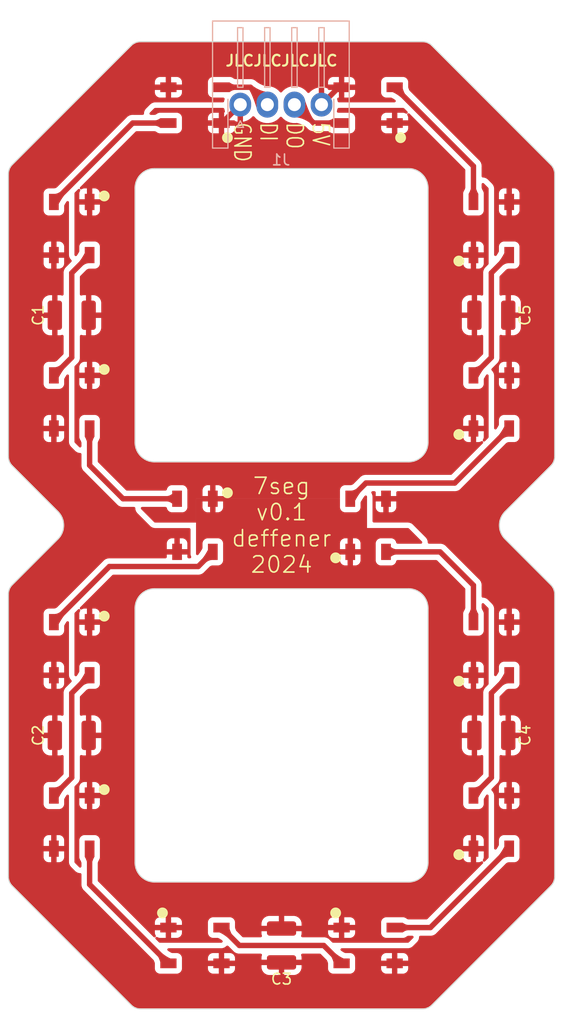
<source format=kicad_pcb>
(kicad_pcb (version 20221018) (generator pcbnew)
  (layers (0 "F.Cu" signal) (31 "B.Cu" signal) (34 "B.Paste" user) (35 "F.Paste" user) (36 "B.SilkS" user "B.Silkscreen") (37 "F.SilkS" user "F.Silkscreen") (38 "B.Mask" user) (39 "F.Mask" user) (44 "Edge.Cuts" user))
  (net 0 "")
  (net 1 "Net-(D1-VDD)")
  (net 2 "Net-(D1-DOUT)")
  (net 3 "Net-(D2-DOUT)")
  (net 4 "Net-(D1-DIN)")
  (net 5 "Net-(D4-DOUT)")
  (net 6 "Net-(D5-DOUT)")
  (net 7 "Net-(D6-DOUT)")
  (net 8 "Net-(D7-DOUT)")
  (net 9 "Net-(D8-DOUT)")
  (net 10 "Net-(D10-DOUT)")
  (net 11 "Net-(D11-DOUT)")
  (net 12 "Net-(D12-DOUT)")
  (net 13 "Net-(D13-DOUT)")
  (net 14 "Net-(D14-DOUT)")
  (net 15 "Net-(D3-DOUT)")
  (net 16 "Net-(D10-DIN)")
  (net 17 "/gnd")
  (footprint "Library:LED_WS2812B_PLCC4_5.0x5.0mm_P3.2mm_minimal" (layer "F.Cu") (at 92.003 61.25)
    (fp_text reference "D1" hide)
    (fp_text value "WS2812B")
    (fp_circle (center 3 3) (end 3.5 3) (fill solid) (layer "F.SilkS"))
    (pad "1" smd rect (at -2.45 -1.65) (size 1.5 0.9) (layers "F.Cu" "F.Paste" "F.Mask") (net 1 "Net-(D1-VDD)"))
    (pad "2" smd rect (at -2.45 1.65) (size 1.5 0.9) (layers "F.Cu" "F.Paste" "F.Mask") (net 2 "Net-(D1-DOUT)"))
    (pad "3" smd rect (at 2.45 1.65) (size 1.5 0.9) (layers "F.Cu" "F.Paste" "F.Mask") (net 17 "/gnd"))
    (pad "4" smd rect (at 2.45 -1.65) (size 1.5 0.9) (layers "F.Cu" "F.Paste" "F.Mask") (net 4 "Net-(D1-DIN)"))
  )
  (footprint "Library:C_1210_3225Metric_Pad1.33x2.70mm_HandSolder_mini" (layer "F.Cu") (at 119.375 80.6245 180)
    (fp_text reference "C5" (at -3.1 0 270) (layer "F.SilkS"))
    (fp_text value "C")
    (pad "1" smd roundrect (at -1.5625 0 180) (size 1.325 2.7) (layers "F.Cu" "F.Paste" "F.Mask") (roundrect_rratio 0.1886792453) (net 1 "Net-(D1-VDD)"))
    (pad "2" smd roundrect (at 1.5625 0 180) (size 1.325 2.7) (layers "F.Cu" "F.Paste" "F.Mask") (roundrect_rratio 0.1886792453) (net 17 "/gnd"))
  )
  (footprint "Library:LED_WS2812B_PLCC4_5.0x5.0mm_P3.2mm_minimal" (layer "F.Cu") (at 119.375 88.622 -90)
    (fp_text reference "D12" hide)
    (fp_text value "WS2812B")
    (fp_circle (center 3 3) (end 3.5 3) (fill solid) (layer "F.SilkS"))
    (pad "1" smd rect (at -2.45 -1.65 270) (size 1.5 0.9) (layers "F.Cu" "F.Paste" "F.Mask") (net 1 "Net-(D1-VDD)"))
    (pad "2" smd rect (at -2.45 1.65 270) (size 1.5 0.9) (layers "F.Cu" "F.Paste" "F.Mask") (net 12 "Net-(D12-DOUT)"))
    (pad "3" smd rect (at 2.45 1.65 270) (size 1.5 0.9) (layers "F.Cu" "F.Paste" "F.Mask") (net 17 "/gnd"))
    (pad "4" smd rect (at 2.45 -1.65 270) (size 1.5 0.9) (layers "F.Cu" "F.Paste" "F.Mask") (net 11 "Net-(D11-DOUT)"))
  )
  (footprint "Library:C_1210_3225Metric_Pad1.33x2.70mm_HandSolder_mini" (layer "F.Cu") (at 119.375 119.3755 180)
    (fp_text reference "C4" (at -3.1 0 270) (layer "F.SilkS"))
    (fp_text value "C")
    (pad "1" smd roundrect (at -1.5625 0 180) (size 1.325 2.7) (layers "F.Cu" "F.Paste" "F.Mask") (roundrect_rratio 0.1886792453) (net 1 "Net-(D1-VDD)"))
    (pad "2" smd roundrect (at 1.5625 0 180) (size 1.325 2.7) (layers "F.Cu" "F.Paste" "F.Mask") (roundrect_rratio 0.1886792453) (net 17 "/gnd"))
  )
  (footprint "Library:LED_WS2812B_PLCC4_5.0x5.0mm_P3.2mm_minimal" (layer "F.Cu") (at 107.997 138.75 180)
    (fp_text reference "D8" hide)
    (fp_text value "WS2812B")
    (fp_circle (center 3 3) (end 3.5 3) (fill solid) (layer "F.SilkS"))
    (pad "1" smd rect (at -2.45 -1.65 180) (size 1.5 0.9) (layers "F.Cu" "F.Paste" "F.Mask") (net 1 "Net-(D1-VDD)"))
    (pad "2" smd rect (at -2.45 1.65 180) (size 1.5 0.9) (layers "F.Cu" "F.Paste" "F.Mask") (net 9 "Net-(D8-DOUT)"))
    (pad "3" smd rect (at 2.45 1.65 180) (size 1.5 0.9) (layers "F.Cu" "F.Paste" "F.Mask") (net 17 "/gnd"))
    (pad "4" smd rect (at 2.45 -1.65 180) (size 1.5 0.9) (layers "F.Cu" "F.Paste" "F.Mask") (net 8 "Net-(D7-DOUT)"))
  )
  (footprint "Library:LED_WS2812B_PLCC4_5.0x5.0mm_P3.2mm_minimal" (layer "F.Cu") (at 119.375 111.378 -90)
    (fp_text reference "D10" hide)
    (fp_text value "WS2812B")
    (fp_circle (center 3 3) (end 3.5 3) (fill solid) (layer "F.SilkS"))
    (pad "1" smd rect (at -2.45 -1.65 270) (size 1.5 0.9) (layers "F.Cu" "F.Paste" "F.Mask") (net 1 "Net-(D1-VDD)"))
    (pad "2" smd rect (at -2.45 1.65 270) (size 1.5 0.9) (layers "F.Cu" "F.Paste" "F.Mask") (net 10 "Net-(D10-DOUT)"))
    (pad "3" smd rect (at 2.45 1.65 270) (size 1.5 0.9) (layers "F.Cu" "F.Paste" "F.Mask") (net 17 "/gnd"))
    (pad "4" smd rect (at 2.45 -1.65 270) (size 1.5 0.9) (layers "F.Cu" "F.Paste" "F.Mask") (net 16 "Net-(D10-DIN)"))
  )
  (footprint "Library:C_1210_3225Metric_Pad1.33x2.70mm_HandSolder_mini" (layer "F.Cu") (at 80.625 80.6245)
    (fp_text reference "C1" (at -3.1 0 90) (layer "F.SilkS"))
    (fp_text value "C")
    (pad "1" smd roundrect (at -1.5625 0) (size 1.325 2.7) (layers "F.Cu" "F.Paste" "F.Mask") (roundrect_rratio 0.1886792453) (net 1 "Net-(D1-VDD)"))
    (pad "2" smd roundrect (at 1.5625 0) (size 1.325 2.7) (layers "F.Cu" "F.Paste" "F.Mask") (roundrect_rratio 0.1886792453) (net 17 "/gnd"))
  )
  (footprint "Library:LED_WS2812B_PLCC4_5.0x5.0mm_P3.2mm_minimal" (layer "F.Cu") (at 119.375 127.373 -90)
    (fp_text reference "D9" hide)
    (fp_text value "WS2812B")
    (fp_circle (center 3 3) (end 3.5 3) (fill solid) (layer "F.SilkS"))
    (pad "1" smd rect (at -2.45 -1.65 270) (size 1.5 0.9) (layers "F.Cu" "F.Paste" "F.Mask") (net 1 "Net-(D1-VDD)"))
    (pad "2" smd rect (at -2.45 1.65 270) (size 1.5 0.9) (layers "F.Cu" "F.Paste" "F.Mask") (net 16 "Net-(D10-DIN)"))
    (pad "3" smd rect (at 2.45 1.65 270) (size 1.5 0.9) (layers "F.Cu" "F.Paste" "F.Mask") (net 17 "/gnd"))
    (pad "4" smd rect (at 2.45 -1.65 270) (size 1.5 0.9) (layers "F.Cu" "F.Paste" "F.Mask") (net 9 "Net-(D8-DOUT)"))
  )
  (footprint "Library:LED_WS2812B_PLCC4_5.0x5.0mm_P3.2mm_minimal" (layer "F.Cu") (at 80.625 111.378 90)
    (fp_text reference "D5" hide)
    (fp_text value "WS2812B")
    (fp_circle (center 3 3) (end 3.5 3) (fill solid) (layer "F.SilkS"))
    (pad "1" smd rect (at -2.45 -1.65 90) (size 1.5 0.9) (layers "F.Cu" "F.Paste" "F.Mask") (net 1 "Net-(D1-VDD)"))
    (pad "2" smd rect (at -2.45 1.65 90) (size 1.5 0.9) (layers "F.Cu" "F.Paste" "F.Mask") (net 6 "Net-(D5-DOUT)"))
    (pad "3" smd rect (at 2.45 1.65 90) (size 1.5 0.9) (layers "F.Cu" "F.Paste" "F.Mask") (net 17 "/gnd"))
    (pad "4" smd rect (at 2.45 -1.65 90) (size 1.5 0.9) (layers "F.Cu" "F.Paste" "F.Mask") (net 5 "Net-(D4-DOUT)"))
  )
  (footprint "Library:LED_WS2812B_PLCC4_5.0x5.0mm_P3.2mm_minimal" (layer "F.Cu") (at 92.003 100 90)
    (fp_text reference "D4" hide)
    (fp_text value "WS2812B")
    (fp_circle (center 3 3) (end 3.5 3) (fill solid) (layer "F.SilkS"))
    (pad "1" smd rect (at -2.45 -1.65 90) (size 1.5 0.9) (layers "F.Cu" "F.Paste" "F.Mask") (net 1 "Net-(D1-VDD)"))
    (pad "2" smd rect (at -2.45 1.65 90) (size 1.5 0.9) (layers "F.Cu" "F.Paste" "F.Mask") (net 5 "Net-(D4-DOUT)"))
    (pad "3" smd rect (at 2.45 1.65 90) (size 1.5 0.9) (layers "F.Cu" "F.Paste" "F.Mask") (net 17 "/gnd"))
    (pad "4" smd rect (at 2.45 -1.65 90) (size 1.5 0.9) (layers "F.Cu" "F.Paste" "F.Mask") (net 15 "Net-(D3-DOUT)"))
  )
  (footprint "Library:C_1210_3225Metric_Pad1.33x2.70mm_HandSolder_mini" (layer "F.Cu") (at 100 138.75 90)
    (fp_text reference "C3" (at -3.1 0 180) (layer "F.SilkS"))
    (fp_text value "C")
    (pad "1" smd roundrect (at -1.5625 0 90) (size 1.325 2.7) (layers "F.Cu" "F.Paste" "F.Mask") (roundrect_rratio 0.1886792453) (net 1 "Net-(D1-VDD)"))
    (pad "2" smd roundrect (at 1.5625 0 90) (size 1.325 2.7) (layers "F.Cu" "F.Paste" "F.Mask") (roundrect_rratio 0.1886792453) (net 17 "/gnd"))
  )
  (footprint "Library:LED_WS2812B_PLCC4_5.0x5.0mm_P3.2mm_minimal" (layer "F.Cu") (at 92.003 138.75 180)
    (fp_text reference "D7" hide)
    (fp_text value "WS2812B")
    (fp_circle (center 3 3) (end 3.5 3) (fill solid) (layer "F.SilkS"))
    (pad "1" smd rect (at -2.45 -1.65 180) (size 1.5 0.9) (layers "F.Cu" "F.Paste" "F.Mask") (net 1 "Net-(D1-VDD)"))
    (pad "2" smd rect (at -2.45 1.65 180) (size 1.5 0.9) (layers "F.Cu" "F.Paste" "F.Mask") (net 8 "Net-(D7-DOUT)"))
    (pad "3" smd rect (at 2.45 1.65 180) (size 1.5 0.9) (layers "F.Cu" "F.Paste" "F.Mask") (net 17 "/gnd"))
    (pad "4" smd rect (at 2.45 -1.65 180) (size 1.5 0.9) (layers "F.Cu" "F.Paste" "F.Mask") (net 7 "Net-(D6-DOUT)"))
  )
  (footprint "Library:LED_WS2812B_PLCC4_5.0x5.0mm_P3.2mm_minimal" (layer "F.Cu") (at 80.625 88.622 90)
    (fp_text reference "D3" hide)
    (fp_text value "WS2812B")
    (fp_circle (center 3 3) (end 3.5 3) (fill solid) (layer "F.SilkS"))
    (pad "1" smd rect (at -2.45 -1.65 90) (size 1.5 0.9) (layers "F.Cu" "F.Paste" "F.Mask") (net 1 "Net-(D1-VDD)"))
    (pad "2" smd rect (at -2.45 1.65 90) (size 1.5 0.9) (layers "F.Cu" "F.Paste" "F.Mask") (net 15 "Net-(D3-DOUT)"))
    (pad "3" smd rect (at 2.45 1.65 90) (size 1.5 0.9) (layers "F.Cu" "F.Paste" "F.Mask") (net 17 "/gnd"))
    (pad "4" smd rect (at 2.45 -1.65 90) (size 1.5 0.9) (layers "F.Cu" "F.Paste" "F.Mask") (net 3 "Net-(D2-DOUT)"))
  )
  (footprint "Library:LED_WS2812B_PLCC4_5.0x5.0mm_P3.2mm_minimal" (layer "F.Cu") (at 119.375 72.627 -90)
    (fp_text reference "D13" hide)
    (fp_text value "WS2812B")
    (fp_circle (center 3 3) (end 3.5 3) (fill solid) (layer "F.SilkS"))
    (pad "1" smd rect (at -2.45 -1.65 270) (size 1.5 0.9) (layers "F.Cu" "F.Paste" "F.Mask") (net 1 "Net-(D1-VDD)"))
    (pad "2" smd rect (at -2.45 1.65 270) (size 1.5 0.9) (layers "F.Cu" "F.Paste" "F.Mask") (net 13 "Net-(D13-DOUT)"))
    (pad "3" smd rect (at 2.45 1.65 270) (size 1.5 0.9) (layers "F.Cu" "F.Paste" "F.Mask") (net 17 "/gnd"))
    (pad "4" smd rect (at 2.45 -1.65 270) (size 1.5 0.9) (layers "F.Cu" "F.Paste" "F.Mask") (net 12 "Net-(D12-DOUT)"))
  )
  (footprint "Library:LED_WS2812B_PLCC4_5.0x5.0mm_P3.2mm_minimal" (layer "F.Cu") (at 107.997 100 -90)
    (fp_text reference "D11" hide)
    (fp_text value "WS2812B")
    (fp_circle (center 3 3) (end 3.5 3) (fill solid) (layer "F.SilkS"))
    (pad "1" smd rect (at -2.45 -1.65 270) (size 1.5 0.9) (layers "F.Cu" "F.Paste" "F.Mask") (net 1 "Net-(D1-VDD)"))
    (pad "2" smd rect (at -2.45 1.65 270) (size 1.5 0.9) (layers "F.Cu" "F.Paste" "F.Mask") (net 11 "Net-(D11-DOUT)"))
    (pad "3" smd rect (at 2.45 1.65 270) (size 1.5 0.9) (layers "F.Cu" "F.Paste" "F.Mask") (net 17 "/gnd"))
    (pad "4" smd rect (at 2.45 -1.65 270) (size 1.5 0.9) (layers "F.Cu" "F.Paste" "F.Mask") (net 10 "Net-(D10-DOUT)"))
  )
  (footprint "Library:LED_WS2812B_PLCC4_5.0x5.0mm_P3.2mm_minimal" (layer "F.Cu") (at 80.625 72.627 90)
    (fp_text reference "D2" hide)
    (fp_text value "WS2812B")
    (fp_circle (center 3 3) (end 3.5 3) (fill solid) (layer "F.SilkS"))
    (pad "1" smd rect (at -2.45 -1.65 90) (size 1.5 0.9) (layers "F.Cu" "F.Paste" "F.Mask") (net 1 "Net-(D1-VDD)"))
    (pad "2" smd rect (at -2.45 1.65 90) (size 1.5 0.9) (layers "F.Cu" "F.Paste" "F.Mask") (net 3 "Net-(D2-DOUT)"))
    (pad "3" smd rect (at 2.45 1.65 90) (size 1.5 0.9) (layers "F.Cu" "F.Paste" "F.Mask") (net 17 "/gnd"))
    (pad "4" smd rect (at 2.45 -1.65 90) (size 1.5 0.9) (layers "F.Cu" "F.Paste" "F.Mask") (net 2 "Net-(D1-DOUT)"))
  )
  (footprint "Library:C_1210_3225Metric_Pad1.33x2.70mm_HandSolder_mini" (layer "F.Cu") (at 80.625 119.3755)
    (fp_text reference "C2" (at -3.1 0 90) (layer "F.SilkS"))
    (fp_text value "C")
    (pad "1" smd roundrect (at -1.5625 0) (size 1.325 2.7) (layers "F.Cu" "F.Paste" "F.Mask") (roundrect_rratio 0.1886792453) (net 1 "Net-(D1-VDD)"))
    (pad "2" smd roundrect (at 1.5625 0) (size 1.325 2.7) (layers "F.Cu" "F.Paste" "F.Mask") (roundrect_rratio 0.1886792453) (net 17 "/gnd"))
  )
  (footprint "Library:LED_WS2812B_PLCC4_5.0x5.0mm_P3.2mm_minimal" (layer "F.Cu") (at 107.997 61.25)
    (fp_text reference "D14" hide)
    (fp_text value "WS2812B")
    (fp_circle (center 3 3) (end 3.5 3) (fill solid) (layer "F.SilkS"))
    (pad "1" smd rect (at -2.45 -1.65) (size 1.5 0.9) (layers "F.Cu" "F.Paste" "F.Mask") (net 1 "Net-(D1-VDD)"))
    (pad "2" smd rect (at -2.45 1.65) (size 1.5 0.9) (layers "F.Cu" "F.Paste" "F.Mask") (net 14 "Net-(D14-DOUT)"))
    (pad "3" smd rect (at 2.45 1.65) (size 1.5 0.9) (layers "F.Cu" "F.Paste" "F.Mask") (net 17 "/gnd"))
    (pad "4" smd rect (at 2.45 -1.65) (size 1.5 0.9) (layers "F.Cu" "F.Paste" "F.Mask") (net 13 "Net-(D13-DOUT)"))
  )
  (footprint "Library:LED_WS2812B_PLCC4_5.0x5.0mm_P3.2mm_minimal" (layer "F.Cu") (at 80.625 127.373 90)
    (fp_text reference "D6" hide)
    (fp_text value "WS2812B")
    (fp_circle (center 3 3) (end 3.5 3) (fill solid) (layer "F.SilkS"))
    (pad "1" smd rect (at -2.45 -1.65 90) (size 1.5 0.9) (layers "F.Cu" "F.Paste" "F.Mask") (net 1 "Net-(D1-VDD)"))
    (pad "2" smd rect (at -2.45 1.65 90) (size 1.5 0.9) (layers "F.Cu" "F.Paste" "F.Mask") (net 7 "Net-(D6-DOUT)"))
    (pad "3" smd rect (at 2.45 1.65 90) (size 1.5 0.9) (layers "F.Cu" "F.Paste" "F.Mask") (net 17 "/gnd"))
    (pad "4" smd rect (at 2.45 -1.65 90) (size 1.5 0.9) (layers "F.Cu" "F.Paste" "F.Mask") (net 6 "Net-(D5-DOUT)"))
  )
  (footprint "Connector_JST:JST_XH_S4B-XH-A-1_1x04_P2.50mm_Horizontal" (layer "B.Cu") (at 96.19 61.2)
    (fp_text reference "J1" (at 3.75 5.1) (layer "B.SilkS") (effects (justify mirror)))
    (fp_text value "Conn_01x04_Pin")
    (fp_line (start -2.56 -7.71) (end -2.56 4.01) (stroke (width 0.12)) (layer "B.SilkS"))
    (fp_line (start -2.56 4.01) (end -1.14 4.01) (stroke (width 0.12)) (layer "B.SilkS"))
    (fp_line (start -1.14 4.01) (end -1.14 -0.49) (stroke (width 0.12)) (layer "B.SilkS"))
    (fp_line (start -0.3 2.1) (end 0.3 2.1) (stroke (width 0.12)) (layer "B.SilkS"))
    (fp_line (start -0.25 -7.1) (end 0.25 -7.1) (stroke (width 0.12)) (layer "B.SilkS"))
    (fp_line (start -0.25 -1.6) (end -0.25 -7.1) (stroke (width 0.12)) (layer "B.SilkS"))
    (fp_line (start 0 1.5) (end -0.3 2.1) (stroke (width 0.12)) (layer "B.SilkS"))
    (fp_line (start 0.25 -7.1) (end 0.25 -1.6) (stroke (width 0.12)) (layer "B.SilkS"))
    (fp_line (start 0.25 -1.6) (end -0.25 -1.6) (stroke (width 0.12)) (layer "B.SilkS"))
    (fp_line (start 0.3 2.1) (end 0 1.5) (stroke (width 0.12)) (layer "B.SilkS"))
    (fp_line (start 2.25 -7.1) (end 2.75 -7.1) (stroke (width 0.12)) (layer "B.SilkS"))
    (fp_line (start 2.25 -1.6) (end 2.25 -7.1) (stroke (width 0.12)) (layer "B.SilkS"))
    (fp_line (start 2.75 -7.1) (end 2.75 -1.6) (stroke (width 0.12)) (layer "B.SilkS"))
    (fp_line (start 2.75 -1.6) (end 2.25 -1.6) (stroke (width 0.12)) (layer "B.SilkS"))
    (fp_line (start 3.75 -7.71) (end -2.56 -7.71) (stroke (width 0.12)) (layer "B.SilkS"))
    (fp_line (start 3.75 -7.71) (end 10.06 -7.71) (stroke (width 0.12)) (layer "B.SilkS"))
    (fp_line (start 4.75 -7.1) (end 5.25 -7.1) (stroke (width 0.12)) (layer "B.SilkS"))
    (fp_line (start 4.75 -1.6) (end 4.75 -7.1) (stroke (width 0.12)) (layer "B.SilkS"))
    (fp_line (start 5.25 -7.1) (end 5.25 -1.6) (stroke (width 0.12)) (layer "B.SilkS"))
    (fp_line (start 5.25 -1.6) (end 4.75 -1.6) (stroke (width 0.12)) (layer "B.SilkS"))
    (fp_line (start 7.25 -7.1) (end 7.75 -7.1) (stroke (width 0.12)) (layer "B.SilkS"))
    (fp_line (start 7.25 -1.6) (end 7.25 -7.1) (stroke (width 0.12)) (layer "B.SilkS"))
    (fp_line (start 7.75 -7.1) (end 7.75 -1.6) (stroke (width 0.12)) (layer "B.SilkS"))
    (fp_line (start 7.75 -1.6) (end 7.25 -1.6) (stroke (width 0.12)) (layer "B.SilkS"))
    (fp_line (start 8.64 4.01) (end 8.64 -0.49) (stroke (width 0.12)) (layer "B.SilkS"))
    (fp_line (start 10.06 -7.71) (end 10.06 4.01) (stroke (width 0.12)) (layer "B.SilkS"))
    (fp_line (start 10.06 4.01) (end 8.64 4.01) (stroke (width 0.12)) (layer "B.SilkS"))
    (pad "1" thru_hole oval (at 0 0) (size 2 2.2) (drill 1.2) (layers "*.Cu" "*.Mask") (net 17 "/gnd"))
    (pad "2" thru_hole oval (at 2.5 0) (size 2 2.4) (drill 1.2) (layers "*.Cu" "*.Mask") (net 4 "Net-(D1-DIN)"))
    (pad "3" thru_hole oval (at 5 0) (size 2 2.4) (drill 1.2) (layers "*.Cu" "*.Mask") (net 14 "Net-(D14-DOUT)"))
    (pad "4" thru_hole oval (at 7.5 0) (size 2 2.2) (drill 1.2) (layers "*.Cu" "*.Mask") (net 1 "Net-(D1-VDD)"))
  )
  (gr_arc (start 113.525 92.35) (mid 112.997792 93.622792) (end 111.725 94.15) (stroke (width 0.1)) (layer "Edge.Cuts"))
  (gr_arc (start 113.876472 144.248528) (mid 113.487167 144.50867) (end 113.027944 144.6) (stroke (width 0.1)) (layer "Edge.Cuts"))
  (gr_arc (start 86.972056 144.6) (mid 86.512845 144.508641) (end 86.123528 144.248528) (stroke (width 0.1)) (layer "Edge.Cuts"))
  (gr_line (start 88.275 132.9) (end 111.725 132.9) (stroke (width 0.1)) (layer "Edge.Cuts"))
  (gr_line (start 120.647792 98.727208) (end 124.873528 94.501472) (stroke (width 0.1)) (layer "Edge.Cuts"))
  (gr_line (start 124.873528 66.748528) (end 113.876472 55.751472) (stroke (width 0.1)) (layer "Edge.Cuts"))
  (gr_arc (start 125.225 93.652944) (mid 125.133641 94.112155) (end 124.873528 94.501472) (stroke (width 0.1)) (layer "Edge.Cuts"))
  (gr_arc (start 86.475 107.65) (mid 87.002208 106.377208) (end 88.275 105.85) (stroke (width 0.1)) (layer "Edge.Cuts"))
  (gr_arc (start 74.775 106.347056) (mid 74.866359 105.887845) (end 75.126472 105.498528) (stroke (width 0.1)) (layer "Edge.Cuts"))
  (gr_line (start 113.027944 55.4) (end 86.972056 55.4) (stroke (width 0.1)) (layer "Edge.Cuts"))
  (gr_arc (start 111.725 105.85) (mid 112.997792 106.377208) (end 113.525 107.65) (stroke (width 0.1)) (layer "Edge.Cuts"))
  (gr_arc (start 75.126472 133.251472) (mid 74.86633 132.862167) (end 74.775 132.402944) (stroke (width 0.1)) (layer "Edge.Cuts"))
  (gr_line (start 113.876472 144.248528) (end 124.873528 133.251472) (stroke (width 0.1)) (layer "Edge.Cuts"))
  (gr_line (start 74.775 106.347056) (end 74.775 132.402944) (stroke (width 0.1)) (layer "Edge.Cuts"))
  (gr_arc (start 113.525 131.1) (mid 112.997792 132.372792) (end 111.725 132.9) (stroke (width 0.1)) (layer "Edge.Cuts"))
  (gr_line (start 113.525 92.35) (end 113.525 68.9) (stroke (width 0.1)) (layer "Edge.Cuts"))
  (gr_arc (start 79.352208 98.727208) (mid 79.879411 100) (end 79.352208 101.272792) (stroke (width 0.1)) (layer "Edge.Cuts"))
  (gr_line (start 75.126472 94.501472) (end 79.352208 98.727208) (stroke (width 0.1)) (layer "Edge.Cuts"))
  (gr_arc (start 88.275 94.15) (mid 87.002208 93.622792) (end 86.475 92.35) (stroke (width 0.1)) (layer "Edge.Cuts"))
  (gr_arc (start 120.647792 101.272792) (mid 120.120589 100) (end 120.647792 98.727208) (stroke (width 0.1)) (layer "Edge.Cuts"))
  (gr_line (start 111.725 67.1) (end 88.275 67.1) (stroke (width 0.1)) (layer "Edge.Cuts"))
  (gr_line (start 111.725 105.85) (end 88.275 105.85) (stroke (width 0.1)) (layer "Edge.Cuts"))
  (gr_arc (start 74.775 67.597056) (mid 74.866359 67.137845) (end 75.126472 66.748528) (stroke (width 0.1)) (layer "Edge.Cuts"))
  (gr_line (start 125.225 132.402944) (end 125.225 106.347056) (stroke (width 0.1)) (layer "Edge.Cuts"))
  (gr_arc (start 86.475 68.9) (mid 87.002208 67.627208) (end 88.275 67.1) (stroke (width 0.1)) (layer "Edge.Cuts"))
  (gr_line (start 74.775 67.597056) (end 74.775 93.652944) (stroke (width 0.1)) (layer "Edge.Cuts"))
  (gr_line (start 125.225 93.652944) (end 125.225 67.597056) (stroke (width 0.1)) (layer "Edge.Cuts"))
  (gr_line (start 86.475 107.65) (end 86.475 131.1) (stroke (width 0.1)) (layer "Edge.Cuts"))
  (gr_arc (start 124.873528 66.748528) (mid 125.13367 67.137833) (end 125.225 67.597056) (stroke (width 0.1)) (layer "Edge.Cuts"))
  (gr_arc (start 124.873528 105.498528) (mid 125.13367 105.887833) (end 125.225 106.347056) (stroke (width 0.1)) (layer "Edge.Cuts"))
  (gr_line (start 88.275 94.15) (end 111.725 94.15) (stroke (width 0.1)) (layer "Edge.Cuts"))
  (gr_arc (start 88.275 132.9) (mid 87.002208 132.372792) (end 86.475 131.1) (stroke (width 0.1)) (layer "Edge.Cuts"))
  (gr_line (start 86.972056 144.6) (end 113.027944 144.6) (stroke (width 0.1)) (layer "Edge.Cuts"))
  (gr_line (start 86.123528 55.751472) (end 75.126472 66.748528) (stroke (width 0.1)) (layer "Edge.Cuts"))
  (gr_arc (start 86.123528 55.751472) (mid 86.512833 55.49133) (end 86.972056 55.4) (stroke (width 0.1)) (layer "Edge.Cuts"))
  (gr_arc (start 111.725 67.1) (mid 112.997792 67.627208) (end 113.525 68.9) (stroke (width 0.1)) (layer "Edge.Cuts"))
  (gr_line (start 86.475 68.9) (end 86.475 92.35) (stroke (width 0.1)) (layer "Edge.Cuts"))
  (gr_arc (start 113.027944 55.4) (mid 113.487155 55.491359) (end 113.876472 55.751472) (stroke (width 0.1)) (layer "Edge.Cuts"))
  (gr_line (start 124.873528 105.498528) (end 120.647792 101.272792) (stroke (width 0.1)) (layer "Edge.Cuts"))
  (gr_arc (start 125.225 132.402944) (mid 125.133641 132.862155) (end 124.873528 133.251472) (stroke (width 0.1)) (layer "Edge.Cuts"))
  (gr_line (start 113.525 131.1) (end 113.525 107.65) (stroke (width 0.1)) (layer "Edge.Cuts"))
  (gr_arc (start 75.126472 94.501472) (mid 74.86633 94.112167) (end 74.775 93.652944) (stroke (width 0.1)) (layer "Edge.Cuts"))
  (gr_line (start 75.126472 133.251472) (end 86.123528 144.248528) (stroke (width 0.1)) (layer "Edge.Cuts"))
  (gr_line (start 79.352208 101.272792) (end 75.126472 105.498528) (stroke (width 0.1)) (layer "Edge.Cuts"))
  (gr_text "5V\nDO\nDI\nGND" (at 100 62.738 270) (layer "F.SilkS") (effects (font (size 1.5 1.2)) (justify left)))
  (gr_text "7seg\nv0.1\ndeffener\n2024" (at 100 100) (layer "F.SilkS") (effects (font (size 1.5 1.5))))
  (gr_text "JLCJLCJLCJLC" (at 100 57.15) (layer "F.SilkS") (effects (font (size 1 1) (thickness 0.2) bold)))
  (segment (start 105.29 59.6) (end 105.547 59.6) (width 0.25) (layer "F.Cu") (net 1))
  (segment (start 103.69 61.2) (end 105.29 59.6) (width 0.5) (layer "F.Cu") (net 1))
  (segment (start 86.252 62.9) (end 89.553 62.9) (width 0.5) (layer "F.Cu") (net 2))
  (segment (start 78.975 70.177) (end 86.252 62.9) (width 0.5) (layer "F.Cu") (net 2))
  (segment (start 80.625 84.522) (end 80.625 76.727) (width 0.5) (layer "F.Cu") (net 3))
  (segment (start 78.975 86.172) (end 80.625 84.522) (width 0.5) (layer "F.Cu") (net 3))
  (segment (start 82.275 75.077) (end 80.625 76.727) (width 0.5) (layer "F.Cu") (net 3))
  (segment (start 94.453 59.6) (end 97.13 59.6) (width 0.5) (layer "F.Cu") (net 4))
  (segment (start 97.13 59.6) (end 98.73 61.2) (width 0.5) (layer "F.Cu") (net 4))
  (segment (start 93.653 102.45) (end 92.303 103.8) (width 0.5) (layer "F.Cu") (net 5))
  (segment (start 84.103 103.8) (end 78.975 108.928) (width 0.5) (layer "F.Cu") (net 5))
  (segment (start 92.303 103.8) (end 84.103 103.8) (width 0.5) (layer "F.Cu") (net 5))
  (segment (start 80.625 115.478) (end 80.625 123.273) (width 0.5) (layer "F.Cu") (net 6))
  (segment (start 80.625 115.478) (end 82.275 113.828) (width 0.5) (layer "F.Cu") (net 6))
  (segment (start 80.625 123.273) (end 78.975 124.923) (width 0.5) (layer "F.Cu") (net 6))
  (segment (start 82.275 133.122) (end 82.275 129.823) (width 0.5) (layer "F.Cu") (net 7))
  (segment (start 89.553 140.4) (end 82.275 133.122) (width 0.5) (layer "F.Cu") (net 7))
  (segment (start 96.103 138.75) (end 103.897 138.75) (width 0.5) (layer "F.Cu") (net 8))
  (segment (start 96.103 138.75) (end 94.453 137.1) (width 0.5) (layer "F.Cu") (net 8))
  (segment (start 103.897 138.75) (end 105.547 140.4) (width 0.5) (layer "F.Cu") (net 8))
  (segment (start 121.025 129.823) (end 113.748 137.1) (width 0.5) (layer "F.Cu") (net 9))
  (segment (start 113.748 137.1) (end 110.447 137.1) (width 0.5) (layer "F.Cu") (net 9))
  (segment (start 117.725 108.928) (end 117.725 105.533) (width 0.5) (layer "F.Cu") (net 10))
  (segment (start 117.725 105.533) (end 114.642 102.45) (width 0.5) (layer "F.Cu") (net 10))
  (segment (start 114.642 102.45) (end 109.647 102.45) (width 0.5) (layer "F.Cu") (net 10))
  (segment (start 121.025 91.072) (end 115.997 96.1) (width 0.5) (layer "F.Cu") (net 11))
  (segment (start 107.797 96.1) (end 106.347 97.55) (width 0.5) (layer "F.Cu") (net 11))
  (segment (start 115.997 96.1) (end 107.797 96.1) (width 0.5) (layer "F.Cu") (net 11))
  (segment (start 117.725 86.172) (end 119.375 84.522) (width 0.5) (layer "F.Cu") (net 12))
  (segment (start 119.375 76.727) (end 119.375 84.522) (width 0.5) (layer "F.Cu") (net 12))
  (segment (start 121.025 75.077) (end 119.375 76.727) (width 0.5) (layer "F.Cu") (net 12))
  (segment (start 117.725 70.177) (end 117.725 66.878) (width 0.5) (layer "F.Cu") (net 13))
  (segment (start 117.725 66.878) (end 110.447 59.6) (width 0.5) (layer "F.Cu") (net 13))
  (segment (start 101.27 61.2) (end 102.97 62.9) (width 0.5) (layer "F.Cu") (net 14))
  (segment (start 102.97 62.9) (end 105.547 62.9) (width 0.5) (layer "F.Cu") (net 14))
  (segment (start 85.358 97.55) (end 90.353 97.55) (width 0.5) (layer "F.Cu") (net 15))
  (segment (start 82.275 91.072) (end 82.275 94.467) (width 0.5) (layer "F.Cu") (net 15))
  (segment (start 82.275 94.467) (end 85.358 97.55) (width 0.5) (layer "F.Cu") (net 15))
  (segment (start 119.38 115.473) (end 121.025 113.828) (width 0.5) (layer "F.Cu") (net 16))
  (segment (start 117.725 124.923) (end 119.38 123.268) (width 0.5) (layer "F.Cu") (net 16))
  (segment (start 119.38 123.268) (end 119.38 115.473) (width 0.5) (layer "F.Cu") (net 16))
  (segment (start 94.453 62.9) (end 94.49 62.9) (width 0.25) (layer "F.Cu") (net 17))
  (segment (start 94.49 62.9) (end 96.19 61.2) (width 0.5) (layer "F.Cu") (net 17))
  (zone (net 17) (net_name "/gnd") (layer "F.Cu") (priority 2) (connect_pads (clearance 0.5)) (min_thickness 0.25) (fill yes (thermal_gap 0.5) (thermal_bridge_width 0.5))
    (polygon (pts (xy 107.897 100.25) (xy 107.897 97.55) (xy 92.103 97.55) (xy 92.103 103.472) (xy 85.053 103.472) (xy 80.875 107.65) (xy 80.875 131.1) (xy 88.275 138.5) (xy 111.725 138.5) (xy 119.125 131.1) (xy 119.125 107.65) (xy 111.725 100.25)))
  )
  (zone (net 17) (net_name "/gnd") (layer "F.Cu") (priority 1) (connect_pads (clearance 0.5)) (min_thickness 0.25) (fill yes (thermal_gap 0.5) (thermal_bridge_width 0.5))
    (polygon (pts (xy 88.275 61.5) (xy 80.875 68.9) (xy 80.875 92.35) (xy 88.275 99.75) (xy 107.897 99.75) (xy 107.897 96.528) (xy 114.947 96.528) (xy 119.125 92.35) (xy 119.125 68.9) (xy 111.725 61.5)))
  )
  (zone (net 1) (net_name "Net-(D1-VDD)") (layer "F.Cu") (connect_pads (clearance 0.5)) (min_thickness 0.25) (fill yes (thermal_gap 0.5) (thermal_bridge_width 0.5))
    (polygon (pts (xy 74 146) (xy 74 54) (xy 126 54) (xy 126 146)))
  )
)
</source>
